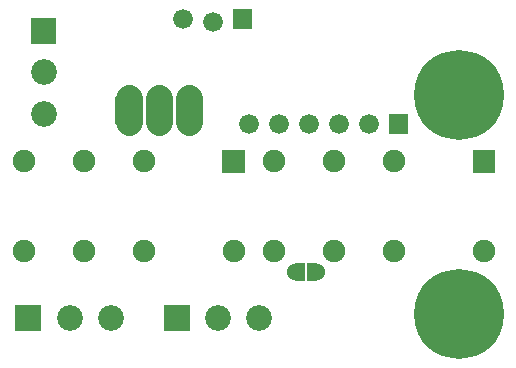
<source format=gbr>
G04 start of page 7 for group -4062 idx -4062 *
G04 Title: (unknown), soldermask *
G04 Creator: pcb 20140316 *
G04 CreationDate: Fri 17 Nov 2017 10:24:59 PM GMT UTC *
G04 For: ndholmes *
G04 Format: Gerber/RS-274X *
G04 PCB-Dimensions (mil): 1700.00 1200.00 *
G04 PCB-Coordinate-Origin: lower left *
%MOIN*%
%FSLAX25Y25*%
%LNBOTTOMMASK*%
%ADD71C,0.0907*%
%ADD70R,0.0300X0.0300*%
%ADD69C,0.0600*%
%ADD68C,0.0900*%
%ADD67C,0.0660*%
%ADD66C,0.2997*%
%ADD65C,0.0750*%
%ADD64C,0.0860*%
%ADD63C,0.0001*%
G54D63*G36*
X54755Y18973D02*Y10373D01*
X63355D01*
Y18973D01*
X54755D01*
G37*
G54D64*X72835Y14673D03*
X86614D03*
G54D65*X91500Y37000D03*
X78000D03*
X111500D03*
G54D63*G36*
X5255Y18973D02*Y10373D01*
X13855D01*
Y18973D01*
X5255D01*
G37*
G54D64*X23335Y14673D03*
X37114D03*
G54D65*X8000Y37000D03*
X28000D03*
X48000D03*
G54D66*X153000Y16000D03*
Y89000D03*
G54D63*G36*
X157750Y70750D02*Y63250D01*
X165250D01*
Y70750D01*
X157750D01*
G37*
G54D65*X161500Y37000D03*
G54D63*G36*
X129700Y82800D02*Y76200D01*
X136300D01*
Y82800D01*
X129700D01*
G37*
G54D65*X131500Y67000D03*
G54D67*X123000Y79500D03*
G54D65*X131500Y37000D03*
G54D63*G36*
X38500Y88500D02*Y79500D01*
X47500D01*
Y88500D01*
X38500D01*
G37*
G36*
X10373Y114745D02*Y106145D01*
X18973D01*
Y114745D01*
X10373D01*
G37*
G54D64*X14673Y96665D03*
Y82886D03*
G54D67*X113000Y79500D03*
X103000D03*
X93000D03*
G54D65*X111500Y67000D03*
X91500D03*
G54D68*X63000Y84000D03*
X53000D03*
G54D67*X83000Y79500D03*
G54D65*X48000Y67000D03*
X28000D03*
X8000D03*
G54D63*G36*
X74250Y70750D02*Y63250D01*
X81750D01*
Y70750D01*
X74250D01*
G37*
G36*
X77700Y117800D02*Y111200D01*
X84300D01*
Y117800D01*
X77700D01*
G37*
G54D67*X71000Y113500D03*
X61000Y114500D03*
G54D69*X98700Y30000D03*
G54D70*X100200Y31500D02*Y28500D01*
G54D69*X105500Y30000D03*
G54D70*X104000Y31500D02*Y28500D01*
G54D71*X53000Y87937D02*Y80063D01*
X43000Y87937D02*Y80063D01*
X63000Y87937D02*Y80063D01*
M02*

</source>
